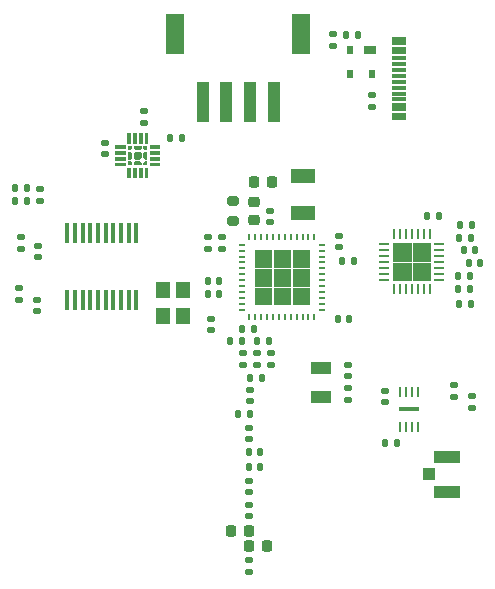
<source format=gtp>
G04 #@! TF.GenerationSoftware,KiCad,Pcbnew,(7.0.0)*
G04 #@! TF.CreationDate,2023-05-25T13:49:03-05:00*
G04 #@! TF.ProjectId,Emrick,456d7269-636b-42e6-9b69-6361645f7063,3*
G04 #@! TF.SameCoordinates,Original*
G04 #@! TF.FileFunction,Paste,Top*
G04 #@! TF.FilePolarity,Positive*
%FSLAX46Y46*%
G04 Gerber Fmt 4.6, Leading zero omitted, Abs format (unit mm)*
G04 Created by KiCad (PCBNEW (7.0.0)) date 2023-05-25 13:49:03*
%MOMM*%
%LPD*%
G01*
G04 APERTURE LIST*
G04 Aperture macros list*
%AMRoundRect*
0 Rectangle with rounded corners*
0 $1 Rounding radius*
0 $2 $3 $4 $5 $6 $7 $8 $9 X,Y pos of 4 corners*
0 Add a 4 corners polygon primitive as box body*
4,1,4,$2,$3,$4,$5,$6,$7,$8,$9,$2,$3,0*
0 Add four circle primitives for the rounded corners*
1,1,$1+$1,$2,$3*
1,1,$1+$1,$4,$5*
1,1,$1+$1,$6,$7*
1,1,$1+$1,$8,$9*
0 Add four rect primitives between the rounded corners*
20,1,$1+$1,$2,$3,$4,$5,0*
20,1,$1+$1,$4,$5,$6,$7,0*
20,1,$1+$1,$6,$7,$8,$9,0*
20,1,$1+$1,$8,$9,$2,$3,0*%
G04 Aperture macros list end*
%ADD10C,0.100000*%
%ADD11RoundRect,0.135000X0.135000X0.185000X-0.135000X0.185000X-0.135000X-0.185000X0.135000X-0.185000X0*%
%ADD12RoundRect,0.135000X-0.135000X-0.185000X0.135000X-0.185000X0.135000X0.185000X-0.135000X0.185000X0*%
%ADD13R,1.600200X3.505200*%
%ADD14R,0.990600X3.505200*%
%ADD15RoundRect,0.140000X-0.170000X0.140000X-0.170000X-0.140000X0.170000X-0.140000X0.170000X0.140000X0*%
%ADD16R,1.200000X1.400000*%
%ADD17R,2.000000X1.200000*%
%ADD18RoundRect,0.147500X-0.172500X0.147500X-0.172500X-0.147500X0.172500X-0.147500X0.172500X0.147500X0*%
%ADD19RoundRect,0.140000X0.140000X0.170000X-0.140000X0.170000X-0.140000X-0.170000X0.140000X-0.170000X0*%
%ADD20RoundRect,0.225000X-0.225000X-0.250000X0.225000X-0.250000X0.225000X0.250000X-0.225000X0.250000X0*%
%ADD21RoundRect,0.140000X-0.140000X-0.170000X0.140000X-0.170000X0.140000X0.170000X-0.140000X0.170000X0*%
%ADD22RoundRect,0.135000X0.185000X-0.135000X0.185000X0.135000X-0.185000X0.135000X-0.185000X-0.135000X0*%
%ADD23RoundRect,0.140000X0.170000X-0.140000X0.170000X0.140000X-0.170000X0.140000X-0.170000X-0.140000X0*%
%ADD24R,0.600000X0.700000*%
%ADD25R,1.000000X0.700000*%
%ADD26RoundRect,0.147500X0.172500X-0.147500X0.172500X0.147500X-0.172500X0.147500X-0.172500X-0.147500X0*%
%ADD27R,0.965200X0.254000*%
%ADD28R,0.254000X0.965200*%
%ADD29R,0.355600X1.676400*%
%ADD30O,0.599999X0.240000*%
%ADD31O,0.240000X0.599999*%
%ADD32R,1.800000X1.000000*%
%ADD33R,2.200000X1.050000*%
%ADD34R,1.050000X1.000000*%
%ADD35RoundRect,0.225000X0.250000X-0.225000X0.250000X0.225000X-0.250000X0.225000X-0.250000X-0.225000X0*%
%ADD36RoundRect,0.225000X0.225000X0.250000X-0.225000X0.250000X-0.225000X-0.250000X0.225000X-0.250000X0*%
%ADD37R,1.150000X0.300000*%
%ADD38RoundRect,0.135000X-0.185000X0.135000X-0.185000X-0.135000X0.185000X-0.135000X0.185000X0.135000X0*%
%ADD39R,1.701800X0.304800*%
%ADD40R,0.254000X0.812800*%
%ADD41RoundRect,0.147500X-0.147500X-0.172500X0.147500X-0.172500X0.147500X0.172500X-0.147500X0.172500X0*%
%ADD42RoundRect,0.200000X-0.275000X0.200000X-0.275000X-0.200000X0.275000X-0.200000X0.275000X0.200000X0*%
G04 APERTURE END LIST*
G36*
X117776400Y-39926400D02*
G01*
X116300000Y-39926400D01*
X116300000Y-38450000D01*
X117776400Y-38450000D01*
X117776400Y-39926400D01*
G37*
D10*
X117776400Y-39926400D02*
X116300000Y-39926400D01*
X116300000Y-38450000D01*
X117776400Y-38450000D01*
X117776400Y-39926400D01*
G36*
X117776400Y-38250000D02*
G01*
X116300000Y-38250000D01*
X116300000Y-36773600D01*
X117776400Y-36773600D01*
X117776400Y-38250000D01*
G37*
X117776400Y-38250000D02*
X116300000Y-38250000D01*
X116300000Y-36773600D01*
X117776400Y-36773600D01*
X117776400Y-38250000D01*
G36*
X116100000Y-39926400D02*
G01*
X114623600Y-39926400D01*
X114623600Y-38450000D01*
X116100000Y-38450000D01*
X116100000Y-39926400D01*
G37*
X116100000Y-39926400D02*
X114623600Y-39926400D01*
X114623600Y-38450000D01*
X116100000Y-38450000D01*
X116100000Y-39926400D01*
G36*
X116100000Y-38250000D02*
G01*
X114623600Y-38250000D01*
X114623600Y-36773600D01*
X116100000Y-36773600D01*
X116100000Y-38250000D01*
G37*
X116100000Y-38250000D02*
X114623600Y-38250000D01*
X114623600Y-36773600D01*
X116100000Y-36773600D01*
X116100000Y-38250000D01*
G36*
X91874919Y-28690108D02*
G01*
X91074704Y-28690108D01*
X91074704Y-28459890D01*
X91874919Y-28459890D01*
X91874919Y-28690108D01*
G37*
X91874919Y-28690108D02*
X91074704Y-28690108D01*
X91074704Y-28459890D01*
X91874919Y-28459890D01*
X91874919Y-28690108D01*
G36*
X91874919Y-29190107D02*
G01*
X91074704Y-29190107D01*
X91074704Y-28959892D01*
X91874919Y-28959892D01*
X91874919Y-29190107D01*
G37*
X91874919Y-29190107D02*
X91074704Y-29190107D01*
X91074704Y-28959892D01*
X91874919Y-28959892D01*
X91874919Y-29190107D01*
G36*
X91874919Y-29690106D02*
G01*
X91074704Y-29690106D01*
X91074704Y-29459891D01*
X91874919Y-29459891D01*
X91874919Y-29690106D01*
G37*
X91874919Y-29690106D02*
X91074704Y-29690106D01*
X91074704Y-29459891D01*
X91874919Y-29459891D01*
X91874919Y-29690106D01*
G36*
X91874919Y-30190108D02*
G01*
X91074704Y-30190108D01*
X91074704Y-29959890D01*
X91874919Y-29959890D01*
X91874919Y-30190108D01*
G37*
X91874919Y-30190108D02*
X91074704Y-30190108D01*
X91074704Y-29959890D01*
X91874919Y-29959890D01*
X91874919Y-30190108D01*
G36*
X92314730Y-28250107D02*
G01*
X92084514Y-28250107D01*
X92084514Y-27449892D01*
X92314730Y-27449892D01*
X92314730Y-28250107D01*
G37*
X92314730Y-28250107D02*
X92084514Y-28250107D01*
X92084514Y-27449892D01*
X92314730Y-27449892D01*
X92314730Y-28250107D01*
G36*
X92314730Y-31200106D02*
G01*
X92084514Y-31200106D01*
X92084514Y-30399891D01*
X92314730Y-30399891D01*
X92314730Y-31200106D01*
G37*
X92314730Y-31200106D02*
X92084514Y-31200106D01*
X92084514Y-30399891D01*
X92314730Y-30399891D01*
X92314730Y-31200106D01*
G36*
X92814856Y-28250107D02*
G01*
X92584640Y-28250107D01*
X92584640Y-27449892D01*
X92814856Y-27449892D01*
X92814856Y-28250107D01*
G37*
X92814856Y-28250107D02*
X92584640Y-28250107D01*
X92584640Y-27449892D01*
X92814856Y-27449892D01*
X92814856Y-28250107D01*
G36*
X92814856Y-31200106D02*
G01*
X92584640Y-31200106D01*
X92584640Y-30399891D01*
X92814856Y-30399891D01*
X92814856Y-31200106D01*
G37*
X92814856Y-31200106D02*
X92584640Y-31200106D01*
X92584640Y-30399891D01*
X92814856Y-30399891D01*
X92814856Y-31200106D01*
G36*
X93314982Y-28250107D02*
G01*
X93084766Y-28250107D01*
X93084766Y-27449892D01*
X93314982Y-27449892D01*
X93314982Y-28250107D01*
G37*
X93314982Y-28250107D02*
X93084766Y-28250107D01*
X93084766Y-27449892D01*
X93314982Y-27449892D01*
X93314982Y-28250107D01*
G36*
X93314982Y-31200106D02*
G01*
X93084766Y-31200106D01*
X93084766Y-30399891D01*
X93314982Y-30399891D01*
X93314982Y-31200106D01*
G37*
X93314982Y-31200106D02*
X93084766Y-31200106D01*
X93084766Y-30399891D01*
X93314982Y-30399891D01*
X93314982Y-31200106D01*
G36*
X93815108Y-28250107D02*
G01*
X93584892Y-28250107D01*
X93584892Y-27449892D01*
X93815108Y-27449892D01*
X93815108Y-28250107D01*
G37*
X93815108Y-28250107D02*
X93584892Y-28250107D01*
X93584892Y-27449892D01*
X93815108Y-27449892D01*
X93815108Y-28250107D01*
G36*
X93815108Y-31200106D02*
G01*
X93584892Y-31200106D01*
X93584892Y-30399891D01*
X93815108Y-30399891D01*
X93815108Y-31200106D01*
G37*
X93815108Y-31200106D02*
X93584892Y-31200106D01*
X93584892Y-30399891D01*
X93815108Y-30399891D01*
X93815108Y-31200106D01*
G36*
X94824918Y-28690108D02*
G01*
X94024703Y-28690108D01*
X94024703Y-28459890D01*
X94824918Y-28459890D01*
X94824918Y-28690108D01*
G37*
X94824918Y-28690108D02*
X94024703Y-28690108D01*
X94024703Y-28459890D01*
X94824918Y-28459890D01*
X94824918Y-28690108D01*
G36*
X94824918Y-29190107D02*
G01*
X94024703Y-29190107D01*
X94024703Y-28959892D01*
X94824918Y-28959892D01*
X94824918Y-29190107D01*
G37*
X94824918Y-29190107D02*
X94024703Y-29190107D01*
X94024703Y-28959892D01*
X94824918Y-28959892D01*
X94824918Y-29190107D01*
G36*
X94824918Y-29690106D02*
G01*
X94024703Y-29690106D01*
X94024703Y-29459891D01*
X94824918Y-29459891D01*
X94824918Y-29690106D01*
G37*
X94824918Y-29690106D02*
X94024703Y-29690106D01*
X94024703Y-29459891D01*
X94824918Y-29459891D01*
X94824918Y-29690106D01*
G36*
X94824918Y-30190108D02*
G01*
X94024703Y-30190108D01*
X94024703Y-29959890D01*
X94824918Y-29959890D01*
X94824918Y-30190108D01*
G37*
X94824918Y-30190108D02*
X94024703Y-30190108D01*
X94024703Y-29959890D01*
X94824918Y-29959890D01*
X94824918Y-30190108D01*
G36*
X92456111Y-28689878D02*
G01*
X92314690Y-28831299D01*
X92174741Y-28831299D01*
X92174741Y-28549929D01*
X92456111Y-28549929D01*
X92456111Y-28689878D01*
G37*
X92456111Y-28689878D02*
X92314690Y-28831299D01*
X92174741Y-28831299D01*
X92174741Y-28549929D01*
X92456111Y-28549929D01*
X92456111Y-28689878D01*
G36*
X92456111Y-29960120D02*
G01*
X92456111Y-30100069D01*
X92174741Y-30100069D01*
X92174741Y-29818699D01*
X92314690Y-29818699D01*
X92456111Y-29960120D01*
G37*
X92456111Y-29960120D02*
X92456111Y-30100069D01*
X92174741Y-30100069D01*
X92174741Y-29818699D01*
X92314690Y-29818699D01*
X92456111Y-29960120D01*
G36*
X93724881Y-28831299D02*
G01*
X93584932Y-28831299D01*
X93443511Y-28689878D01*
X93443511Y-28549929D01*
X93724881Y-28549929D01*
X93724881Y-28831299D01*
G37*
X93724881Y-28831299D02*
X93584932Y-28831299D01*
X93443511Y-28689878D01*
X93443511Y-28549929D01*
X93724881Y-28549929D01*
X93724881Y-28831299D01*
G36*
X93724881Y-30100069D02*
G01*
X93443511Y-30100069D01*
X93443511Y-29960120D01*
X93584932Y-29818699D01*
X93724881Y-29818699D01*
X93724881Y-30100069D01*
G37*
X93724881Y-30100069D02*
X93443511Y-30100069D01*
X93443511Y-29960120D01*
X93584932Y-29818699D01*
X93724881Y-29818699D01*
X93724881Y-30100069D01*
G36*
X92456111Y-29172720D02*
G01*
X92456111Y-29477278D01*
X92314690Y-29618699D01*
X92174741Y-29618699D01*
X92174741Y-29031299D01*
X92314690Y-29031299D01*
X92456111Y-29172720D01*
G37*
X92456111Y-29172720D02*
X92456111Y-29477278D01*
X92314690Y-29618699D01*
X92174741Y-29618699D01*
X92174741Y-29031299D01*
X92314690Y-29031299D01*
X92456111Y-29172720D01*
G36*
X93243511Y-28689878D02*
G01*
X93102090Y-28831299D01*
X92797532Y-28831299D01*
X92656111Y-28689878D01*
X92656111Y-28549929D01*
X93243511Y-28549929D01*
X93243511Y-28689878D01*
G37*
X93243511Y-28689878D02*
X93102090Y-28831299D01*
X92797532Y-28831299D01*
X92656111Y-28689878D01*
X92656111Y-28549929D01*
X93243511Y-28549929D01*
X93243511Y-28689878D01*
G36*
X93243511Y-29960120D02*
G01*
X93243511Y-30100069D01*
X92656111Y-30100069D01*
X92656111Y-29960120D01*
X92797532Y-29818699D01*
X93102090Y-29818699D01*
X93243511Y-29960120D01*
G37*
X93243511Y-29960120D02*
X93243511Y-30100069D01*
X92656111Y-30100069D01*
X92656111Y-29960120D01*
X92797532Y-29818699D01*
X93102090Y-29818699D01*
X93243511Y-29960120D01*
G36*
X93724881Y-29618699D02*
G01*
X93584932Y-29618699D01*
X93443511Y-29477278D01*
X93443511Y-29172720D01*
X93584932Y-29031299D01*
X93724881Y-29031299D01*
X93724881Y-29618699D01*
G37*
X93724881Y-29618699D02*
X93584932Y-29618699D01*
X93443511Y-29477278D01*
X93443511Y-29172720D01*
X93584932Y-29031299D01*
X93724881Y-29031299D01*
X93724881Y-29618699D01*
G36*
X93243511Y-29172720D02*
G01*
X93243511Y-29477278D01*
X93102090Y-29618699D01*
X92797532Y-29618699D01*
X92656111Y-29477278D01*
X92656111Y-29172720D01*
X92797532Y-29031299D01*
X93102090Y-29031299D01*
X93243511Y-29172720D01*
G37*
X93243511Y-29172720D02*
X93243511Y-29477278D01*
X93102090Y-29618699D01*
X92797532Y-29618699D01*
X92656111Y-29477278D01*
X92656111Y-29172720D01*
X92797532Y-29031299D01*
X93102090Y-29031299D01*
X93243511Y-29172720D01*
G36*
X107510498Y-38746499D02*
G01*
X106103498Y-38746499D01*
X106103498Y-37339499D01*
X107510498Y-37339499D01*
X107510498Y-38746499D01*
G37*
X107510498Y-38746499D02*
X106103498Y-38746499D01*
X106103498Y-37339499D01*
X107510498Y-37339499D01*
X107510498Y-38746499D01*
G36*
X105903499Y-38746499D02*
G01*
X104496499Y-38746499D01*
X104496499Y-37339499D01*
X105903499Y-37339499D01*
X105903499Y-38746499D01*
G37*
X105903499Y-38746499D02*
X104496499Y-38746499D01*
X104496499Y-37339499D01*
X105903499Y-37339499D01*
X105903499Y-38746499D01*
G36*
X104296499Y-38746499D02*
G01*
X102889499Y-38746499D01*
X102889499Y-37339499D01*
X104296499Y-37339499D01*
X104296499Y-38746499D01*
G37*
X104296499Y-38746499D02*
X102889499Y-38746499D01*
X102889499Y-37339499D01*
X104296499Y-37339499D01*
X104296499Y-38746499D01*
G36*
X107510498Y-40353499D02*
G01*
X106103498Y-40353499D01*
X106103498Y-38946499D01*
X107510498Y-38946499D01*
X107510498Y-40353499D01*
G37*
X107510498Y-40353499D02*
X106103498Y-40353499D01*
X106103498Y-38946499D01*
X107510498Y-38946499D01*
X107510498Y-40353499D01*
G36*
X105903499Y-40353499D02*
G01*
X104496499Y-40353499D01*
X104496499Y-38946499D01*
X105903499Y-38946499D01*
X105903499Y-40353499D01*
G37*
X105903499Y-40353499D02*
X104496499Y-40353499D01*
X104496499Y-38946499D01*
X105903499Y-38946499D01*
X105903499Y-40353499D01*
G36*
X104296499Y-40353499D02*
G01*
X102889499Y-40353499D01*
X102889499Y-38946499D01*
X104296499Y-38946499D01*
X104296499Y-40353499D01*
G37*
X104296499Y-40353499D02*
X102889499Y-40353499D01*
X102889499Y-38946499D01*
X104296499Y-38946499D01*
X104296499Y-40353499D01*
G36*
X107510498Y-41960498D02*
G01*
X106103498Y-41960498D01*
X106103498Y-40553498D01*
X107510498Y-40553498D01*
X107510498Y-41960498D01*
G37*
X107510498Y-41960498D02*
X106103498Y-41960498D01*
X106103498Y-40553498D01*
X107510498Y-40553498D01*
X107510498Y-41960498D01*
G36*
X105903499Y-41960498D02*
G01*
X104496499Y-41960498D01*
X104496499Y-40553498D01*
X105903499Y-40553498D01*
X105903499Y-41960498D01*
G37*
X105903499Y-41960498D02*
X104496499Y-41960498D01*
X104496499Y-40553498D01*
X105903499Y-40553498D01*
X105903499Y-41960498D01*
G36*
X104296499Y-41960498D02*
G01*
X102889499Y-41960498D01*
X102889499Y-40553498D01*
X104296499Y-40553498D01*
X104296499Y-41960498D01*
G37*
X104296499Y-41960498D02*
X102889499Y-41960498D01*
X102889499Y-40553498D01*
X104296499Y-40553498D01*
X104296499Y-41960498D01*
D11*
X82610000Y-33200000D03*
X83630000Y-33200000D03*
D12*
X83620000Y-32100000D03*
X82600000Y-32100000D03*
D13*
X106850000Y-19094698D03*
X96150001Y-19094698D03*
D14*
X98500001Y-24844700D03*
X100500000Y-24844700D03*
X102500001Y-24844700D03*
X104499999Y-24844700D03*
D15*
X84720000Y-33180000D03*
X84720000Y-32220000D03*
D16*
X95149999Y-42949999D03*
X95149999Y-40749999D03*
X96849999Y-40749999D03*
X96849999Y-42949999D03*
D11*
X110590000Y-19150000D03*
X111610000Y-19150000D03*
D17*
X106999999Y-31049999D03*
X106999999Y-34249999D03*
D18*
X102400000Y-53355000D03*
X102400000Y-52385000D03*
X101900000Y-47050000D03*
X101900000Y-46080000D03*
D19*
X98920000Y-39950000D03*
X99880000Y-39950000D03*
D20*
X103950000Y-62450000D03*
X102400000Y-62450000D03*
D15*
X99200000Y-44130000D03*
X99200000Y-43170000D03*
D21*
X110880000Y-43150000D03*
X109920000Y-43150000D03*
D22*
X100100000Y-36240000D03*
X100100000Y-37260000D03*
D21*
X121280000Y-35250000D03*
X120320000Y-35250000D03*
D23*
X93500000Y-25620000D03*
X93500000Y-26580000D03*
D11*
X120134000Y-39537000D03*
X121154000Y-39537000D03*
D24*
X112849999Y-22449999D03*
X110949999Y-22449999D03*
X110949999Y-20449999D03*
D25*
X112649999Y-20449999D03*
D22*
X83100000Y-36240000D03*
X83100000Y-37260000D03*
D26*
X121297000Y-49715000D03*
X121297000Y-50685000D03*
D15*
X103100000Y-47050000D03*
X103100000Y-46090000D03*
D27*
X118524099Y-39849999D03*
X118524099Y-39350000D03*
X118524099Y-38849998D03*
X118524099Y-38349999D03*
X118524099Y-37850000D03*
X118524099Y-37349998D03*
X118524099Y-36849999D03*
D28*
X117699999Y-36025899D03*
X117200000Y-36025899D03*
X116699998Y-36025899D03*
X116199999Y-36025899D03*
X115700000Y-36025899D03*
X115199998Y-36025899D03*
X114699999Y-36025899D03*
D27*
X113875899Y-36849999D03*
X113875899Y-37349998D03*
X113875899Y-37850000D03*
X113875899Y-38349999D03*
X113875899Y-38849998D03*
X113875899Y-39350000D03*
X113875899Y-39849999D03*
D28*
X114699999Y-40674099D03*
X115199998Y-40674099D03*
X115700000Y-40674099D03*
X116199999Y-40674099D03*
X116699998Y-40674099D03*
X117200000Y-40674099D03*
X117699999Y-40674099D03*
D11*
X117490000Y-34450000D03*
X118510000Y-34450000D03*
D29*
X87027501Y-35944849D03*
X87677500Y-35944849D03*
X88327501Y-35944849D03*
X88977500Y-35944849D03*
X89627501Y-35944849D03*
X90277500Y-35944849D03*
X90927501Y-35944849D03*
X91577500Y-35944849D03*
X92227501Y-35944849D03*
X92877499Y-35944849D03*
X92877497Y-41583649D03*
X92227498Y-41583649D03*
X91577497Y-41583649D03*
X90927498Y-41583649D03*
X90277497Y-41583649D03*
X89627498Y-41583649D03*
X88977500Y-41583649D03*
X88327498Y-41583649D03*
X87677500Y-41583649D03*
X87027499Y-41583649D03*
D23*
X104200000Y-34020000D03*
X104200000Y-34980000D03*
X90200000Y-28300000D03*
X90200000Y-29260000D03*
D15*
X98900000Y-37230000D03*
X98900000Y-36270000D03*
D21*
X111280000Y-38250000D03*
X110320000Y-38250000D03*
X101786000Y-45070000D03*
X100826000Y-45070000D03*
D30*
X101799998Y-42399999D03*
X101799998Y-41900000D03*
X101799998Y-41400001D03*
X101799998Y-40899999D03*
X101799998Y-40400000D03*
X101799998Y-39899999D03*
X101799998Y-39399999D03*
X101799998Y-38900001D03*
X101799998Y-38399999D03*
X101799998Y-37900000D03*
X101799998Y-37399998D03*
X101799998Y-36899999D03*
D31*
X102449999Y-36249998D03*
X102949998Y-36249998D03*
X103449997Y-36249998D03*
X103949999Y-36249998D03*
X104449998Y-36249998D03*
X104949999Y-36249998D03*
X105449999Y-36249998D03*
X105949997Y-36249998D03*
X106449999Y-36249998D03*
X106949998Y-36249998D03*
X107450000Y-36249998D03*
X107949999Y-36249998D03*
D30*
X108600000Y-36899999D03*
X108600000Y-37399998D03*
X108600000Y-37900000D03*
X108600000Y-38399999D03*
X108600000Y-38900001D03*
X108600000Y-39399999D03*
X108600000Y-39899999D03*
X108600000Y-40400000D03*
X108600000Y-40899999D03*
X108600000Y-41400001D03*
X108600000Y-41900000D03*
X108600000Y-42399999D03*
D31*
X107949999Y-43050000D03*
X107450000Y-43050000D03*
X106949998Y-43050000D03*
X106449999Y-43050000D03*
X105949997Y-43050000D03*
X105449999Y-43050000D03*
X104949999Y-43050000D03*
X104449998Y-43050000D03*
X103949999Y-43050000D03*
X103449997Y-43050000D03*
X102949998Y-43050000D03*
X102449999Y-43050000D03*
D19*
X98920000Y-41050000D03*
X99880000Y-41050000D03*
D32*
X108499999Y-47299999D03*
X108499999Y-49799999D03*
D11*
X120134000Y-40680000D03*
X121154000Y-40680000D03*
D33*
X119144999Y-57807499D03*
X119144999Y-54857499D03*
D34*
X117619999Y-56332499D03*
D15*
X113900000Y-50230000D03*
X113900000Y-49270000D03*
D19*
X101520000Y-51270000D03*
X102480000Y-51270000D03*
D35*
X102800000Y-33275000D03*
X102800000Y-34825000D03*
D36*
X100850000Y-61100000D03*
X102400000Y-61100000D03*
D15*
X102400000Y-64580000D03*
X102400000Y-63620000D03*
D37*
X115129999Y-25899999D03*
X115129999Y-25099999D03*
X115129999Y-24599999D03*
X115129999Y-23599999D03*
X115129999Y-22099999D03*
X115129999Y-21099999D03*
X115129999Y-20599999D03*
X115129999Y-19799999D03*
X115129999Y-19499999D03*
X115129999Y-20299999D03*
X115129999Y-21599999D03*
X115129999Y-22599999D03*
X115129999Y-23099999D03*
X115129999Y-24099999D03*
X115129999Y-25399999D03*
X115129999Y-26199999D03*
D23*
X110000000Y-36170000D03*
X110000000Y-37130000D03*
D21*
X103480000Y-48170000D03*
X102520000Y-48170000D03*
D19*
X102420000Y-55732500D03*
X103380000Y-55732500D03*
D22*
X119773000Y-48779000D03*
X119773000Y-49799000D03*
D21*
X103380000Y-54450000D03*
X102420000Y-54450000D03*
D26*
X84424000Y-41583000D03*
X84424000Y-42553000D03*
D23*
X102400000Y-56902500D03*
X102400000Y-57862500D03*
X110800000Y-49070000D03*
X110800000Y-50030000D03*
D21*
X121980000Y-38450000D03*
X121020000Y-38450000D03*
D38*
X109550000Y-20110000D03*
X109550000Y-19090000D03*
D21*
X121180000Y-36300000D03*
X120220000Y-36300000D03*
D15*
X110800000Y-48030000D03*
X110800000Y-47070000D03*
D18*
X102400000Y-59867500D03*
X102400000Y-58897500D03*
D21*
X121580000Y-37350000D03*
X120620000Y-37350000D03*
D15*
X104300000Y-47050000D03*
X104300000Y-46090000D03*
D12*
X114960000Y-53700000D03*
X113940000Y-53700000D03*
X96710000Y-27900000D03*
X95690000Y-27900000D03*
D18*
X102500000Y-50155000D03*
X102500000Y-49185000D03*
D39*
X115999999Y-50849999D03*
D40*
X115237999Y-49402199D03*
X115745999Y-49402199D03*
X116253999Y-49402199D03*
X116761999Y-49402199D03*
X116761999Y-52297799D03*
X116253999Y-52297799D03*
X115745999Y-52297799D03*
X115237999Y-52297799D03*
D22*
X112800000Y-24190000D03*
X112800000Y-25210000D03*
D26*
X84527000Y-36969000D03*
X84527000Y-37939000D03*
D22*
X82900000Y-40530000D03*
X82900000Y-41550000D03*
D11*
X120172000Y-41914000D03*
X121192000Y-41914000D03*
D41*
X102807000Y-44070000D03*
X101837000Y-44070000D03*
D42*
X101100000Y-34875000D03*
X101100000Y-33225000D03*
D41*
X104077000Y-45070000D03*
X103107000Y-45070000D03*
D36*
X102825000Y-31550000D03*
X104375000Y-31550000D03*
M02*

</source>
